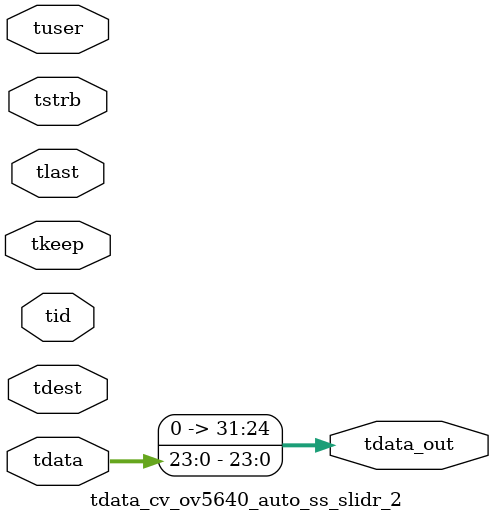
<source format=v>


`timescale 1ps/1ps

module tdata_cv_ov5640_auto_ss_slidr_2 #
(
parameter C_S_AXIS_TDATA_WIDTH = 32,
parameter C_S_AXIS_TUSER_WIDTH = 0,
parameter C_S_AXIS_TID_WIDTH   = 0,
parameter C_S_AXIS_TDEST_WIDTH = 0,
parameter C_M_AXIS_TDATA_WIDTH = 32
)
(
input  [(C_S_AXIS_TDATA_WIDTH == 0 ? 1 : C_S_AXIS_TDATA_WIDTH)-1:0     ] tdata,
input  [(C_S_AXIS_TUSER_WIDTH == 0 ? 1 : C_S_AXIS_TUSER_WIDTH)-1:0     ] tuser,
input  [(C_S_AXIS_TID_WIDTH   == 0 ? 1 : C_S_AXIS_TID_WIDTH)-1:0       ] tid,
input  [(C_S_AXIS_TDEST_WIDTH == 0 ? 1 : C_S_AXIS_TDEST_WIDTH)-1:0     ] tdest,
input  [(C_S_AXIS_TDATA_WIDTH/8)-1:0 ] tkeep,
input  [(C_S_AXIS_TDATA_WIDTH/8)-1:0 ] tstrb,
input                                                                    tlast,
output [C_M_AXIS_TDATA_WIDTH-1:0] tdata_out
);

assign tdata_out = {tdata[23:0]};

endmodule


</source>
